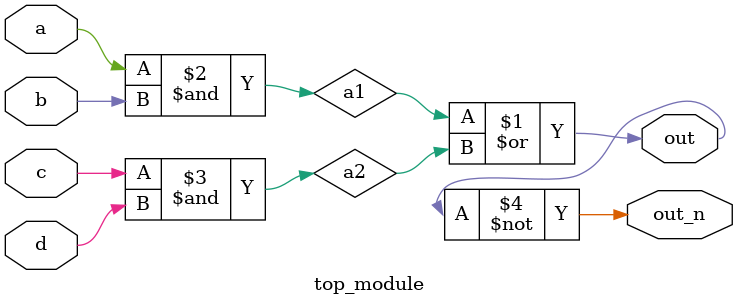
<source format=v>
`default_nettype none
module top_module(
    input a,
    input b,
    input c,
    input d,
    output out,
    output out_n   ); 
    wire a1,a2;
    assign out=a1|a2;
    assign a1=a&b;
    assign a2=c&d;
    assign out_n=~out;
    /*assign out=(a&b)|(c&d);
    assign out_n=~out;*/
endmodule

</source>
